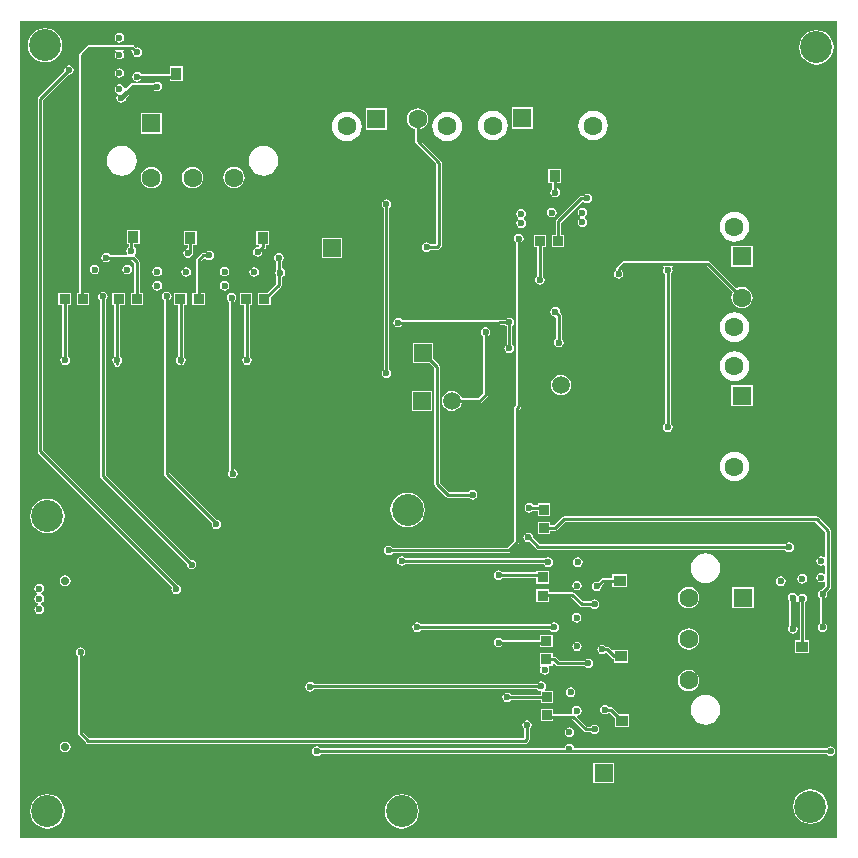
<source format=gbl>
G04*
G04 #@! TF.GenerationSoftware,Altium Limited,Altium Designer,18.0.11 (651)*
G04*
G04 Layer_Physical_Order=4*
G04 Layer_Color=16711680*
%FSLAX25Y25*%
%MOIN*%
G70*
G01*
G75*
%ADD10C,0.01000*%
%ADD21R,0.03543X0.03937*%
%ADD25R,0.03347X0.03347*%
%ADD27R,0.03937X0.03543*%
%ADD41R,0.03347X0.03347*%
%ADD80C,0.01500*%
%ADD81R,0.06000X0.06000*%
%ADD82C,0.06000*%
%ADD83R,0.06000X0.06000*%
%ADD84C,0.06299*%
%ADD85R,0.06299X0.06299*%
%ADD86R,0.06299X0.06299*%
%ADD87C,0.02756*%
%ADD88C,0.05906*%
%ADD89R,0.05906X0.05906*%
%ADD90C,0.10630*%
%ADD91C,0.02362*%
G36*
X273959Y1525D02*
X1631Y1525D01*
Y273853D01*
X273959Y273853D01*
X273959Y1525D01*
D02*
G37*
%LPC*%
G36*
X34646Y269716D02*
X34031Y269594D01*
X33510Y269246D01*
X33162Y268725D01*
X33040Y268110D01*
X33162Y267496D01*
X33510Y266975D01*
X34031Y266627D01*
X34646Y266505D01*
X35260Y266627D01*
X35781Y266975D01*
X36129Y267496D01*
X36251Y268110D01*
X36129Y268725D01*
X35781Y269246D01*
X35260Y269594D01*
X34646Y269716D01*
D02*
G37*
G36*
X38976Y265766D02*
X24409D01*
X24061Y265696D01*
X23765Y265499D01*
X21403Y263136D01*
X21205Y262841D01*
X21136Y262492D01*
Y183169D01*
X20374D01*
Y179035D01*
X24508D01*
Y183169D01*
X22958D01*
Y262115D01*
X24787Y263943D01*
X33151D01*
X33387Y263443D01*
X33162Y263107D01*
X33040Y262492D01*
X33162Y261878D01*
X33510Y261357D01*
X34031Y261009D01*
X34646Y260887D01*
X35260Y261009D01*
X35781Y261357D01*
X36129Y261878D01*
X36251Y262492D01*
X36129Y263107D01*
X35904Y263443D01*
X36140Y263943D01*
X38599D01*
X38998Y263544D01*
X38946Y263280D01*
X39068Y262665D01*
X39416Y262144D01*
X39937Y261796D01*
X40551Y261674D01*
X41166Y261796D01*
X41687Y262144D01*
X42035Y262665D01*
X42157Y263280D01*
X42035Y263894D01*
X41687Y264415D01*
X41166Y264763D01*
X40551Y264885D01*
X40287Y264833D01*
X39621Y265499D01*
X39325Y265696D01*
X38976Y265766D01*
D02*
G37*
G36*
X9843Y271400D02*
X8352Y271203D01*
X6964Y270628D01*
X5771Y269713D01*
X4856Y268521D01*
X4281Y267132D01*
X4085Y265642D01*
X4281Y264152D01*
X4856Y262763D01*
X5771Y261570D01*
X6964Y260655D01*
X8352Y260080D01*
X9843Y259884D01*
X11333Y260080D01*
X12721Y260655D01*
X13914Y261570D01*
X14829Y262763D01*
X15404Y264152D01*
X15600Y265642D01*
X15404Y267132D01*
X14829Y268521D01*
X13914Y269713D01*
X12721Y270628D01*
X11333Y271203D01*
X9843Y271400D01*
D02*
G37*
G36*
X266929Y270719D02*
X265439Y270522D01*
X264050Y269947D01*
X262858Y269032D01*
X261943Y267840D01*
X261367Y266451D01*
X261171Y264961D01*
X261367Y263470D01*
X261943Y262082D01*
X262858Y260889D01*
X264050Y259974D01*
X265439Y259399D01*
X266929Y259203D01*
X268419Y259399D01*
X269808Y259974D01*
X271001Y260889D01*
X271916Y262082D01*
X272491Y263470D01*
X272687Y264961D01*
X272491Y266451D01*
X271916Y267840D01*
X271001Y269032D01*
X269808Y269947D01*
X268419Y270522D01*
X266929Y270719D01*
D02*
G37*
G36*
X55709Y258555D02*
X51378D01*
Y256039D01*
X41836D01*
X41687Y256263D01*
X41166Y256611D01*
X40551Y256733D01*
X39937Y256611D01*
X39416Y256263D01*
X39068Y255742D01*
X38946Y255128D01*
X39068Y254513D01*
X39416Y253992D01*
X39937Y253644D01*
X40551Y253522D01*
X41166Y253644D01*
X41687Y253992D01*
X41836Y254216D01*
X51378D01*
Y253831D01*
X55709D01*
Y258555D01*
D02*
G37*
G36*
X17823Y258980D02*
X17208Y258857D01*
X16687Y258509D01*
X16339Y257989D01*
X16217Y257374D01*
X16270Y257110D01*
X7623Y248463D01*
X7426Y248168D01*
X7356Y247819D01*
Y130315D01*
X7426Y129966D01*
X7623Y129671D01*
X52207Y85087D01*
X52060Y84866D01*
X51938Y84252D01*
X52060Y83637D01*
X52408Y83117D01*
X52929Y82768D01*
X53543Y82646D01*
X54158Y82768D01*
X54679Y83117D01*
X55027Y83637D01*
X55149Y84252D01*
X55027Y84866D01*
X54679Y85387D01*
X54158Y85735D01*
X54131Y85741D01*
X9179Y130692D01*
Y247442D01*
X17558Y255821D01*
X17823Y255768D01*
X18437Y255891D01*
X18958Y256239D01*
X19306Y256760D01*
X19429Y257374D01*
X19306Y257989D01*
X18958Y258509D01*
X18437Y258857D01*
X17823Y258980D01*
D02*
G37*
G36*
X34646Y257995D02*
X34031Y257873D01*
X33510Y257525D01*
X33162Y257004D01*
X33040Y256390D01*
X33162Y255775D01*
X33510Y255254D01*
X34031Y254906D01*
X34646Y254784D01*
X35260Y254906D01*
X35781Y255254D01*
X36129Y255775D01*
X36251Y256390D01*
X36129Y257004D01*
X35781Y257525D01*
X35260Y257873D01*
X34646Y257995D01*
D02*
G37*
G36*
X47244Y253468D02*
X46630Y253346D01*
X46155Y253028D01*
X39069D01*
X38622Y252940D01*
X38244Y252687D01*
X36740Y251182D01*
X36197Y251347D01*
X36129Y251689D01*
X35781Y252210D01*
X35260Y252558D01*
X34646Y252680D01*
X34031Y252558D01*
X33510Y252210D01*
X33162Y251689D01*
X33040Y251075D01*
X33162Y250460D01*
X33510Y249939D01*
X33933Y249657D01*
X34037Y249366D01*
X34045Y249079D01*
X33759Y248650D01*
X33637Y248036D01*
X33759Y247421D01*
X34107Y246901D01*
X34628Y246552D01*
X35242Y246430D01*
X35857Y246552D01*
X36378Y246901D01*
X36726Y247421D01*
X36837Y247982D01*
X39552Y250696D01*
X46155D01*
X46630Y250379D01*
X47244Y250257D01*
X47859Y250379D01*
X48379Y250727D01*
X48728Y251248D01*
X48850Y251862D01*
X48728Y252477D01*
X48379Y252998D01*
X47859Y253346D01*
X47244Y253468D01*
D02*
G37*
G36*
X172441Y244882D02*
X165354D01*
Y237795D01*
X172441D01*
Y244882D01*
D02*
G37*
G36*
X123819Y244598D02*
X116732D01*
Y237512D01*
X123819D01*
Y244598D01*
D02*
G37*
G36*
X48819Y243201D02*
X41732D01*
Y236114D01*
X48819D01*
Y243201D01*
D02*
G37*
G36*
X192520Y243822D02*
X191235Y243653D01*
X190038Y243157D01*
X189010Y242368D01*
X188221Y241340D01*
X187725Y240143D01*
X187556Y238858D01*
X187725Y237574D01*
X188221Y236376D01*
X189010Y235348D01*
X190038Y234559D01*
X191235Y234064D01*
X192520Y233894D01*
X193804Y234064D01*
X195001Y234559D01*
X196030Y235348D01*
X196818Y236376D01*
X197314Y237574D01*
X197483Y238858D01*
X197314Y240143D01*
X196818Y241340D01*
X196030Y242368D01*
X195001Y243157D01*
X193804Y243653D01*
X192520Y243822D01*
D02*
G37*
G36*
X159055D02*
X157770Y243653D01*
X156573Y243157D01*
X155545Y242368D01*
X154756Y241340D01*
X154261Y240143D01*
X154091Y238858D01*
X154261Y237574D01*
X154756Y236376D01*
X155545Y235348D01*
X156573Y234559D01*
X157770Y234064D01*
X159055Y233894D01*
X160340Y234064D01*
X161537Y234559D01*
X162565Y235348D01*
X163354Y236376D01*
X163850Y237574D01*
X164019Y238858D01*
X163850Y240143D01*
X163354Y241340D01*
X162565Y242368D01*
X161537Y243157D01*
X160340Y243653D01*
X159055Y243822D01*
D02*
G37*
G36*
X143898Y243539D02*
X142613Y243369D01*
X141416Y242874D01*
X140388Y242085D01*
X139599Y241057D01*
X139103Y239860D01*
X138934Y238575D01*
X139103Y237290D01*
X139599Y236093D01*
X140388Y235065D01*
X141416Y234276D01*
X142613Y233780D01*
X143898Y233611D01*
X145182Y233780D01*
X146379Y234276D01*
X147407Y235065D01*
X148196Y236093D01*
X148692Y237290D01*
X148861Y238575D01*
X148692Y239860D01*
X148196Y241057D01*
X147407Y242085D01*
X146379Y242874D01*
X145182Y243369D01*
X143898Y243539D01*
D02*
G37*
G36*
X110433D02*
X109148Y243369D01*
X107951Y242874D01*
X106923Y242085D01*
X106134Y241057D01*
X105639Y239860D01*
X105469Y238575D01*
X105639Y237290D01*
X106134Y236093D01*
X106923Y235065D01*
X107951Y234276D01*
X109148Y233780D01*
X110433Y233611D01*
X111718Y233780D01*
X112915Y234276D01*
X113943Y235065D01*
X114732Y236093D01*
X115228Y237290D01*
X115397Y238575D01*
X115228Y239860D01*
X114732Y241057D01*
X113943Y242085D01*
X112915Y242874D01*
X111718Y243369D01*
X110433Y243539D01*
D02*
G37*
G36*
X82677Y232102D02*
X81393Y231932D01*
X80195Y231436D01*
X79167Y230648D01*
X78378Y229620D01*
X77883Y228422D01*
X77714Y227138D01*
X77883Y225853D01*
X78378Y224656D01*
X79167Y223628D01*
X80195Y222839D01*
X81393Y222343D01*
X82677Y222174D01*
X83962Y222343D01*
X85159Y222839D01*
X86187Y223628D01*
X86976Y224656D01*
X87472Y225853D01*
X87641Y227138D01*
X87472Y228422D01*
X86976Y229620D01*
X86187Y230648D01*
X85159Y231436D01*
X83962Y231932D01*
X82677Y232102D01*
D02*
G37*
G36*
X35433D02*
X34148Y231932D01*
X32951Y231436D01*
X31923Y230648D01*
X31134Y229620D01*
X30639Y228422D01*
X30469Y227138D01*
X30639Y225853D01*
X31134Y224656D01*
X31923Y223628D01*
X32951Y222839D01*
X34148Y222343D01*
X35433Y222174D01*
X36718Y222343D01*
X37915Y222839D01*
X38943Y223628D01*
X39732Y224656D01*
X40228Y225853D01*
X40397Y227138D01*
X40228Y228422D01*
X39732Y229620D01*
X38943Y230648D01*
X37915Y231436D01*
X36718Y231932D01*
X35433Y232102D01*
D02*
G37*
G36*
X72835Y225121D02*
X71910Y224999D01*
X71048Y224642D01*
X70308Y224074D01*
X69740Y223334D01*
X69383Y222472D01*
X69261Y221547D01*
X69383Y220622D01*
X69740Y219760D01*
X70308Y219020D01*
X71048Y218452D01*
X71910Y218095D01*
X72835Y217973D01*
X73760Y218095D01*
X74622Y218452D01*
X75362Y219020D01*
X75930Y219760D01*
X76287Y220622D01*
X76409Y221547D01*
X76287Y222472D01*
X75930Y223334D01*
X75362Y224074D01*
X74622Y224642D01*
X73760Y224999D01*
X72835Y225121D01*
D02*
G37*
G36*
X59055D02*
X58130Y224999D01*
X57268Y224642D01*
X56528Y224074D01*
X55960Y223334D01*
X55603Y222472D01*
X55481Y221547D01*
X55603Y220622D01*
X55960Y219760D01*
X56528Y219020D01*
X57268Y218452D01*
X58130Y218095D01*
X59055Y217973D01*
X59980Y218095D01*
X60842Y218452D01*
X61582Y219020D01*
X62150Y219760D01*
X62507Y220622D01*
X62629Y221547D01*
X62507Y222472D01*
X62150Y223334D01*
X61582Y224074D01*
X60842Y224642D01*
X59980Y224999D01*
X59055Y225121D01*
D02*
G37*
G36*
X45276D02*
X44351Y224999D01*
X43489Y224642D01*
X42748Y224074D01*
X42181Y223334D01*
X41824Y222472D01*
X41702Y221547D01*
X41824Y220622D01*
X42181Y219760D01*
X42748Y219020D01*
X43489Y218452D01*
X44351Y218095D01*
X45276Y217973D01*
X46201Y218095D01*
X47063Y218452D01*
X47803Y219020D01*
X48371Y219760D01*
X48728Y220622D01*
X48849Y221547D01*
X48728Y222472D01*
X48371Y223334D01*
X47803Y224074D01*
X47063Y224642D01*
X46201Y224999D01*
X45276Y225121D01*
D02*
G37*
G36*
X181890Y224488D02*
X177559D01*
Y219764D01*
X178813D01*
Y217689D01*
X178786Y217671D01*
X178438Y217150D01*
X178316Y216535D01*
X178438Y215921D01*
X178786Y215400D01*
X179307Y215052D01*
X179921Y214930D01*
X180536Y215052D01*
X181057Y215400D01*
X181405Y215921D01*
X181527Y216535D01*
X181405Y217150D01*
X181057Y217671D01*
X180636Y217952D01*
Y219764D01*
X181890D01*
Y224488D01*
D02*
G37*
G36*
X190551Y216173D02*
X189937Y216050D01*
X189416Y215702D01*
X189266Y215478D01*
X188583D01*
X188234Y215409D01*
X187938Y215211D01*
X180261Y207534D01*
X180064Y207239D01*
X179994Y206890D01*
Y202461D01*
X178839D01*
Y198327D01*
X182972D01*
Y202461D01*
X181817D01*
Y206512D01*
X188822Y213518D01*
X189386Y213476D01*
X189416Y213432D01*
X189937Y213084D01*
X190551Y212961D01*
X191166Y213084D01*
X191687Y213432D01*
X192035Y213952D01*
X192157Y214567D01*
X192035Y215181D01*
X191687Y215702D01*
X191166Y216050D01*
X190551Y216173D01*
D02*
G37*
G36*
X178740Y211448D02*
X178126Y211326D01*
X177605Y210978D01*
X177257Y210457D01*
X177135Y209842D01*
X177257Y209228D01*
X177605Y208707D01*
X178126Y208359D01*
X178740Y208237D01*
X179355Y208359D01*
X179876Y208707D01*
X180224Y209228D01*
X180346Y209842D01*
X180224Y210457D01*
X179876Y210978D01*
X179355Y211326D01*
X178740Y211448D01*
D02*
G37*
G36*
X188976D02*
X188362Y211326D01*
X187841Y210978D01*
X187493Y210457D01*
X187371Y209842D01*
X187493Y209228D01*
X187841Y208707D01*
X188049Y208568D01*
Y207967D01*
X187841Y207828D01*
X187493Y207307D01*
X187371Y206693D01*
X187493Y206079D01*
X187841Y205557D01*
X188362Y205209D01*
X188976Y205087D01*
X189591Y205209D01*
X190112Y205557D01*
X190460Y206079D01*
X190582Y206693D01*
X190460Y207307D01*
X190112Y207828D01*
X189904Y207967D01*
Y208568D01*
X190112Y208707D01*
X190460Y209228D01*
X190582Y209842D01*
X190460Y210457D01*
X190112Y210978D01*
X189591Y211326D01*
X188976Y211448D01*
D02*
G37*
G36*
X168504Y211054D02*
X167889Y210932D01*
X167369Y210584D01*
X167020Y210063D01*
X166898Y209449D01*
X167020Y208834D01*
X167369Y208313D01*
X167576Y208175D01*
Y207573D01*
X167369Y207435D01*
X167020Y206914D01*
X166898Y206299D01*
X167020Y205685D01*
X167369Y205164D01*
X167889Y204816D01*
X168504Y204694D01*
X169118Y204816D01*
X169639Y205164D01*
X169987Y205685D01*
X170110Y206299D01*
X169987Y206914D01*
X169639Y207435D01*
X169432Y207573D01*
Y208175D01*
X169639Y208313D01*
X169987Y208834D01*
X170110Y209449D01*
X169987Y210063D01*
X169639Y210584D01*
X169118Y210932D01*
X168504Y211054D01*
D02*
G37*
G36*
X239646Y210082D02*
X238361Y209913D01*
X237164Y209417D01*
X236136Y208628D01*
X235347Y207600D01*
X234851Y206403D01*
X234682Y205118D01*
X234851Y203833D01*
X235347Y202636D01*
X236136Y201608D01*
X237164Y200819D01*
X238361Y200324D01*
X239646Y200154D01*
X240930Y200324D01*
X242127Y200819D01*
X243156Y201608D01*
X243944Y202636D01*
X244440Y203833D01*
X244609Y205118D01*
X244440Y206403D01*
X243944Y207600D01*
X243156Y208628D01*
X242127Y209417D01*
X240930Y209913D01*
X239646Y210082D01*
D02*
G37*
G36*
X134055Y244629D02*
X133130Y244507D01*
X132268Y244150D01*
X131528Y243582D01*
X130960Y242842D01*
X130603Y241980D01*
X130481Y241055D01*
X130603Y240130D01*
X130960Y239268D01*
X131528Y238528D01*
X132268Y237960D01*
X133130Y237603D01*
X133144Y237601D01*
Y233661D01*
X133213Y233313D01*
X133411Y233017D01*
X140312Y226116D01*
Y199474D01*
X140068Y199230D01*
X138293D01*
X138143Y199454D01*
X137622Y199802D01*
X137008Y199925D01*
X136393Y199802D01*
X135872Y199454D01*
X135524Y198933D01*
X135402Y198319D01*
X135524Y197705D01*
X135872Y197184D01*
X136393Y196835D01*
X137008Y196713D01*
X137622Y196835D01*
X138143Y197184D01*
X138293Y197408D01*
X140445D01*
X140794Y197477D01*
X141089Y197675D01*
X141867Y198452D01*
X142065Y198748D01*
X142134Y199097D01*
Y226494D01*
X142065Y226842D01*
X141867Y227138D01*
X134966Y234039D01*
Y237601D01*
X134980Y237603D01*
X135842Y237960D01*
X136582Y238528D01*
X137150Y239268D01*
X137507Y240130D01*
X137629Y241055D01*
X137507Y241980D01*
X137150Y242842D01*
X136582Y243582D01*
X135842Y244150D01*
X134980Y244507D01*
X134055Y244629D01*
D02*
G37*
G36*
X84646Y203831D02*
X80315D01*
Y199106D01*
X81075D01*
X81259Y198661D01*
X80929Y198306D01*
X80709Y198350D01*
X80094Y198228D01*
X79573Y197880D01*
X79225Y197359D01*
X79103Y196744D01*
X79225Y196130D01*
X79573Y195609D01*
X80094Y195261D01*
X80709Y195139D01*
X81323Y195261D01*
X81844Y195609D01*
X82192Y196130D01*
X82314Y196744D01*
X82262Y197009D01*
X83125Y197871D01*
X83322Y198167D01*
X83392Y198516D01*
Y199106D01*
X84646D01*
Y203831D01*
D02*
G37*
G36*
X41437Y204146D02*
X37106D01*
Y199421D01*
X37672D01*
Y198423D01*
X37447Y198273D01*
X37099Y197752D01*
X36977Y197138D01*
X37099Y196523D01*
X37270Y196268D01*
X37003Y195768D01*
X31519D01*
X31369Y195992D01*
X30848Y196340D01*
X30234Y196462D01*
X29619Y196340D01*
X29098Y195992D01*
X28750Y195471D01*
X28628Y194857D01*
X28750Y194242D01*
X29098Y193721D01*
X29619Y193373D01*
X30234Y193251D01*
X30848Y193373D01*
X31369Y193721D01*
X31519Y193946D01*
X38624D01*
X39542Y193028D01*
Y183063D01*
X38386D01*
Y178929D01*
X42520D01*
Y183063D01*
X41364D01*
Y193405D01*
X41295Y193754D01*
X41097Y194050D01*
X39735Y195412D01*
X39698Y195866D01*
X39718Y196002D01*
X40066Y196523D01*
X40188Y197138D01*
X40066Y197752D01*
X39718Y198273D01*
X39494Y198423D01*
Y199421D01*
X41437D01*
Y204146D01*
D02*
G37*
G36*
X60433Y203831D02*
X56102D01*
Y199106D01*
X57357D01*
Y197931D01*
X56866Y197833D01*
X56345Y197485D01*
X55997Y196965D01*
X55874Y196350D01*
X55997Y195736D01*
X56345Y195215D01*
X56866Y194867D01*
X57480Y194744D01*
X58095Y194867D01*
X58615Y195215D01*
X58964Y195736D01*
X58977Y195803D01*
X59110Y196002D01*
X59179Y196350D01*
Y199106D01*
X60433D01*
Y203831D01*
D02*
G37*
G36*
X108905Y201425D02*
X102118D01*
Y194638D01*
X108905D01*
Y201425D01*
D02*
G37*
G36*
X64567Y197168D02*
X63952Y197046D01*
X63431Y196698D01*
X63282Y196474D01*
X62634D01*
X62286Y196405D01*
X61990Y196207D01*
X60379Y194596D01*
X60182Y194300D01*
X60113Y193952D01*
Y183063D01*
X58957D01*
Y178929D01*
X63091D01*
Y183063D01*
X61935D01*
Y193574D01*
X62844Y194483D01*
X63424Y194439D01*
X63431Y194427D01*
X63952Y194079D01*
X64567Y193957D01*
X65181Y194079D01*
X65702Y194427D01*
X66050Y194948D01*
X66172Y195563D01*
X66050Y196177D01*
X65702Y196698D01*
X65181Y197046D01*
X64567Y197168D01*
D02*
G37*
G36*
X245669Y198819D02*
X238583D01*
Y191732D01*
X245669D01*
Y198819D01*
D02*
G37*
G36*
X37205Y192444D02*
X36590Y192322D01*
X36069Y191974D01*
X35721Y191453D01*
X35599Y190839D01*
X35721Y190224D01*
X36069Y189703D01*
X36590Y189355D01*
X37205Y189233D01*
X37819Y189355D01*
X38340Y189703D01*
X38688Y190224D01*
X38810Y190839D01*
X38688Y191453D01*
X38340Y191974D01*
X37819Y192322D01*
X37205Y192444D01*
D02*
G37*
G36*
X26378D02*
X25763Y192322D01*
X25243Y191974D01*
X24894Y191453D01*
X24772Y190839D01*
X24894Y190224D01*
X25243Y189703D01*
X25763Y189355D01*
X26378Y189233D01*
X26992Y189355D01*
X27513Y189703D01*
X27861Y190224D01*
X27984Y190839D01*
X27861Y191453D01*
X27513Y191974D01*
X26992Y192322D01*
X26378Y192444D01*
D02*
G37*
G36*
X69685Y191763D02*
X69071Y191641D01*
X68550Y191293D01*
X68202Y190772D01*
X68079Y190157D01*
X68202Y189543D01*
X68550Y189022D01*
X69071Y188674D01*
X69685Y188552D01*
X70300Y188674D01*
X70820Y189022D01*
X71169Y189543D01*
X71291Y190157D01*
X71169Y190772D01*
X70820Y191293D01*
X70300Y191641D01*
X69685Y191763D01*
D02*
G37*
G36*
X47244D02*
X46630Y191641D01*
X46109Y191293D01*
X45761Y190772D01*
X45638Y190157D01*
X45761Y189543D01*
X46109Y189022D01*
X46630Y188674D01*
X47244Y188552D01*
X47859Y188674D01*
X48379Y189022D01*
X48728Y189543D01*
X48850Y190157D01*
X48728Y190772D01*
X48379Y191293D01*
X47859Y191641D01*
X47244Y191763D01*
D02*
G37*
G36*
X79528Y191657D02*
X78913Y191535D01*
X78392Y191187D01*
X78044Y190666D01*
X77922Y190051D01*
X78044Y189437D01*
X78392Y188916D01*
X78913Y188568D01*
X79528Y188446D01*
X80142Y188568D01*
X80663Y188916D01*
X81011Y189437D01*
X81133Y190051D01*
X81011Y190666D01*
X80663Y191187D01*
X80142Y191535D01*
X79528Y191657D01*
D02*
G37*
G36*
X56890D02*
X56275Y191535D01*
X55754Y191187D01*
X55406Y190666D01*
X55284Y190051D01*
X55406Y189437D01*
X55754Y188916D01*
X56275Y188568D01*
X56890Y188446D01*
X57504Y188568D01*
X58025Y188916D01*
X58373Y189437D01*
X58495Y190051D01*
X58373Y190666D01*
X58025Y191187D01*
X57504Y191535D01*
X56890Y191657D01*
D02*
G37*
G36*
X176870Y202461D02*
X172736D01*
Y198327D01*
X173892D01*
Y188687D01*
X173668Y188537D01*
X173320Y188016D01*
X173197Y187402D01*
X173320Y186787D01*
X173668Y186266D01*
X174189Y185918D01*
X174803Y185796D01*
X175418Y185918D01*
X175938Y186266D01*
X176287Y186787D01*
X176409Y187402D01*
X176287Y188016D01*
X175938Y188537D01*
X175714Y188687D01*
Y198327D01*
X176870D01*
Y202461D01*
D02*
G37*
G36*
X69685Y187039D02*
X69071Y186916D01*
X68550Y186568D01*
X68202Y186047D01*
X68079Y185433D01*
X68202Y184819D01*
X68550Y184298D01*
X69071Y183950D01*
X69685Y183827D01*
X70300Y183950D01*
X70820Y184298D01*
X71169Y184819D01*
X71291Y185433D01*
X71169Y186047D01*
X70820Y186568D01*
X70300Y186916D01*
X69685Y187039D01*
D02*
G37*
G36*
X47244D02*
X46630Y186916D01*
X46109Y186568D01*
X45761Y186047D01*
X45638Y185433D01*
X45761Y184819D01*
X46109Y184298D01*
X46630Y183950D01*
X47244Y183827D01*
X47859Y183950D01*
X48379Y184298D01*
X48728Y184819D01*
X48850Y185433D01*
X48728Y186047D01*
X48379Y186568D01*
X47859Y186916D01*
X47244Y187039D01*
D02*
G37*
G36*
X87795Y196381D02*
X87181Y196259D01*
X86660Y195911D01*
X86312Y195390D01*
X86190Y194776D01*
X86312Y194161D01*
X86660Y193640D01*
X86884Y193491D01*
Y190646D01*
X86706Y190378D01*
X86583Y189764D01*
X86706Y189149D01*
X86884Y188882D01*
Y186196D01*
X83751Y183063D01*
X80906D01*
Y178929D01*
X85039D01*
Y181774D01*
X88440Y185175D01*
X88637Y185470D01*
X88706Y185819D01*
Y188261D01*
X88803Y188280D01*
X89324Y188628D01*
X89672Y189149D01*
X89795Y189764D01*
X89672Y190378D01*
X89324Y190899D01*
X88803Y191247D01*
X88706Y191267D01*
Y193491D01*
X88931Y193640D01*
X89279Y194161D01*
X89401Y194776D01*
X89279Y195390D01*
X88931Y195911D01*
X88410Y196259D01*
X87795Y196381D01*
D02*
G37*
G36*
X230683Y193744D02*
X202675D01*
X202326Y193674D01*
X202030Y193477D01*
X200353Y191799D01*
X200155Y191503D01*
X200086Y191154D01*
Y190655D01*
X199862Y190505D01*
X199513Y189985D01*
X199391Y189370D01*
X199513Y188756D01*
X199862Y188235D01*
X200382Y187887D01*
X200997Y187764D01*
X201611Y187887D01*
X202132Y188235D01*
X202480Y188756D01*
X202603Y189370D01*
X202480Y189985D01*
X202132Y190505D01*
X202196Y191065D01*
X203052Y191921D01*
X215886D01*
X216153Y191421D01*
X215983Y191166D01*
X215860Y190551D01*
X215983Y189937D01*
X216331Y189416D01*
X216555Y189266D01*
Y139617D01*
X216331Y139467D01*
X215983Y138946D01*
X215860Y138332D01*
X215983Y137718D01*
X216331Y137197D01*
X216851Y136849D01*
X217466Y136726D01*
X218080Y136849D01*
X218601Y137197D01*
X218949Y137718D01*
X219072Y138332D01*
X218949Y138946D01*
X218601Y139467D01*
X218377Y139617D01*
Y189266D01*
X218601Y189416D01*
X218949Y189937D01*
X219072Y190551D01*
X218949Y191166D01*
X218779Y191421D01*
X219046Y191921D01*
X230306D01*
X239005Y183222D01*
X238674Y182421D01*
X238552Y181496D01*
X238674Y180571D01*
X239031Y179709D01*
X239599Y178969D01*
X240339Y178401D01*
X241201Y178044D01*
X242126Y177922D01*
X243051Y178044D01*
X243913Y178401D01*
X244653Y178969D01*
X245221Y179709D01*
X245578Y180571D01*
X245700Y181496D01*
X245578Y182421D01*
X245221Y183283D01*
X244653Y184023D01*
X243913Y184591D01*
X243051Y184948D01*
X242126Y185070D01*
X241201Y184948D01*
X240339Y184591D01*
X240268Y184537D01*
X231328Y193477D01*
X231032Y193674D01*
X230683Y193744D01*
D02*
G37*
G36*
X164567Y174834D02*
X163953Y174712D01*
X163432Y174364D01*
X163282Y174140D01*
X161024D01*
X160897Y174114D01*
X128844D01*
X128694Y174339D01*
X128173Y174687D01*
X127559Y174809D01*
X126945Y174687D01*
X126424Y174339D01*
X126076Y173818D01*
X125953Y173203D01*
X126076Y172589D01*
X126424Y172068D01*
X126945Y171720D01*
X127559Y171598D01*
X128173Y171720D01*
X128694Y172068D01*
X128844Y172292D01*
X160998D01*
X161125Y172317D01*
X163282D01*
X163432Y172093D01*
X163656Y171943D01*
Y165852D01*
X163432Y165702D01*
X163084Y165181D01*
X162961Y164567D01*
X163084Y163953D01*
X163432Y163432D01*
X163953Y163084D01*
X164567Y162961D01*
X165181Y163084D01*
X165702Y163432D01*
X166050Y163953D01*
X166173Y164567D01*
X166050Y165181D01*
X165702Y165702D01*
X165478Y165852D01*
Y171943D01*
X165702Y172093D01*
X166050Y172614D01*
X166173Y173228D01*
X166050Y173843D01*
X165702Y174364D01*
X165181Y174712D01*
X164567Y174834D01*
D02*
G37*
G36*
X239646Y176617D02*
X238361Y176448D01*
X237164Y175952D01*
X236136Y175163D01*
X235347Y174135D01*
X234851Y172938D01*
X234682Y171653D01*
X234851Y170369D01*
X235347Y169172D01*
X236136Y168144D01*
X237164Y167355D01*
X238361Y166859D01*
X239646Y166690D01*
X240930Y166859D01*
X242127Y167355D01*
X243156Y168144D01*
X243944Y169172D01*
X244440Y170369D01*
X244609Y171653D01*
X244440Y172938D01*
X243944Y174135D01*
X243156Y175163D01*
X242127Y175952D01*
X240930Y176448D01*
X239646Y176617D01*
D02*
G37*
G36*
X179921Y178377D02*
X179307Y178255D01*
X178786Y177907D01*
X178438Y177386D01*
X178316Y176772D01*
X178438Y176157D01*
X178786Y175636D01*
X179307Y175288D01*
X179921Y175166D01*
X180191Y174710D01*
Y167821D01*
X179967Y167671D01*
X179619Y167150D01*
X179497Y166535D01*
X179619Y165921D01*
X179967Y165400D01*
X180488Y165052D01*
X181102Y164930D01*
X181717Y165052D01*
X182238Y165400D01*
X182586Y165921D01*
X182708Y166535D01*
X182586Y167150D01*
X182238Y167671D01*
X182014Y167821D01*
Y175591D01*
X181944Y175939D01*
X181747Y176235D01*
X181474Y176507D01*
X181527Y176772D01*
X181405Y177386D01*
X181057Y177907D01*
X180536Y178255D01*
X179921Y178377D01*
D02*
G37*
G36*
X78937Y183063D02*
X74803D01*
Y178929D01*
X76254D01*
Y161915D01*
X76030Y161765D01*
X75682Y161244D01*
X75560Y160630D01*
X75682Y160015D01*
X76030Y159495D01*
X76551Y159146D01*
X77165Y159024D01*
X77780Y159146D01*
X78301Y159495D01*
X78649Y160015D01*
X78771Y160630D01*
X78649Y161244D01*
X78301Y161765D01*
X78077Y161915D01*
Y178929D01*
X78937D01*
Y183063D01*
D02*
G37*
G36*
X18406Y183169D02*
X14272D01*
Y179035D01*
X15624D01*
Y161915D01*
X15400Y161765D01*
X15052Y161244D01*
X14930Y160630D01*
X15052Y160015D01*
X15400Y159495D01*
X15921Y159146D01*
X16535Y159024D01*
X17150Y159146D01*
X17671Y159495D01*
X18019Y160015D01*
X18141Y160630D01*
X18019Y161244D01*
X17671Y161765D01*
X17447Y161915D01*
Y179035D01*
X18406D01*
Y183169D01*
D02*
G37*
G36*
X56988Y183063D02*
X52854D01*
Y178929D01*
X54207D01*
Y161915D01*
X53983Y161765D01*
X53635Y161244D01*
X53513Y160630D01*
X53635Y160015D01*
X53983Y159495D01*
X54504Y159146D01*
X54571Y159133D01*
X54769Y159001D01*
X55118Y158931D01*
X55467Y159001D01*
X55665Y159133D01*
X55733Y159146D01*
X56253Y159495D01*
X56602Y160015D01*
X56724Y160630D01*
X56602Y161244D01*
X56253Y161765D01*
X56029Y161915D01*
Y178929D01*
X56988D01*
Y183063D01*
D02*
G37*
G36*
X36417D02*
X32283D01*
Y178929D01*
X32947D01*
Y161915D01*
X32723Y161765D01*
X32375Y161244D01*
X32253Y160630D01*
X32375Y160015D01*
X32723Y159495D01*
X32947Y159345D01*
Y159343D01*
X33016Y158994D01*
X33214Y158698D01*
X33510Y158501D01*
X33858Y158431D01*
X34207Y158501D01*
X34503Y158698D01*
X34700Y158994D01*
X34769Y159343D01*
Y159345D01*
X34994Y159495D01*
X35342Y160015D01*
X35464Y160630D01*
X35342Y161244D01*
X34994Y161765D01*
X34769Y161915D01*
Y178929D01*
X36417D01*
Y183063D01*
D02*
G37*
G36*
X123622Y214295D02*
X123008Y214172D01*
X122487Y213824D01*
X122139Y213303D01*
X122016Y212689D01*
X122139Y212074D01*
X122487Y211554D01*
X122711Y211404D01*
Y157584D01*
X122487Y157435D01*
X122139Y156914D01*
X122016Y156299D01*
X122139Y155685D01*
X122487Y155164D01*
X123008Y154816D01*
X123622Y154694D01*
X124237Y154816D01*
X124757Y155164D01*
X125106Y155685D01*
X125228Y156299D01*
X125106Y156914D01*
X124757Y157435D01*
X124533Y157584D01*
Y211404D01*
X124757Y211554D01*
X125106Y212074D01*
X125228Y212689D01*
X125106Y213303D01*
X124757Y213824D01*
X124237Y214172D01*
X123622Y214295D01*
D02*
G37*
G36*
X239646Y163625D02*
X238361Y163456D01*
X237164Y162960D01*
X236136Y162171D01*
X235347Y161143D01*
X234851Y159946D01*
X234682Y158661D01*
X234851Y157377D01*
X235347Y156179D01*
X236136Y155151D01*
X237164Y154363D01*
X238361Y153867D01*
X239646Y153698D01*
X240930Y153867D01*
X242128Y154363D01*
X243156Y155151D01*
X243944Y156179D01*
X244440Y157377D01*
X244609Y158661D01*
X244440Y159946D01*
X243944Y161143D01*
X243156Y162171D01*
X242128Y162960D01*
X240930Y163456D01*
X239646Y163625D01*
D02*
G37*
G36*
X181733Y155738D02*
X180859Y155623D01*
X180045Y155286D01*
X179346Y154749D01*
X178809Y154050D01*
X178472Y153236D01*
X178357Y152363D01*
X178472Y151489D01*
X178809Y150675D01*
X179346Y149976D01*
X180045Y149439D01*
X180859Y149102D01*
X181733Y148987D01*
X182606Y149102D01*
X183420Y149439D01*
X184119Y149976D01*
X184656Y150675D01*
X184993Y151489D01*
X185108Y152363D01*
X184993Y153236D01*
X184656Y154050D01*
X184119Y154749D01*
X183420Y155286D01*
X182606Y155623D01*
X181733Y155738D01*
D02*
G37*
G36*
X156693Y171684D02*
X156078Y171562D01*
X155558Y171214D01*
X155210Y170693D01*
X155087Y170079D01*
X155210Y169464D01*
X155558Y168943D01*
X155782Y168794D01*
Y149590D01*
X154241Y148049D01*
X148678D01*
X148356Y148826D01*
X147820Y149524D01*
X147121Y150061D01*
X146307Y150398D01*
X145433Y150513D01*
X144560Y150398D01*
X143746Y150061D01*
X143046Y149524D01*
X142510Y148826D01*
X142173Y148011D01*
X142058Y147138D01*
X142173Y146264D01*
X142510Y145450D01*
X143046Y144751D01*
X143746Y144215D01*
X144560Y143877D01*
X145433Y143763D01*
X146307Y143877D01*
X147121Y144215D01*
X147820Y144751D01*
X148356Y145450D01*
X148678Y146227D01*
X154618D01*
X154967Y146296D01*
X155262Y146493D01*
X157337Y148568D01*
X157535Y148864D01*
X157604Y149213D01*
Y168794D01*
X157828Y168943D01*
X158176Y169464D01*
X158299Y170079D01*
X158176Y170693D01*
X157828Y171214D01*
X157307Y171562D01*
X156693Y171684D01*
D02*
G37*
G36*
X245669Y152362D02*
X238583D01*
Y145276D01*
X245669D01*
Y152362D01*
D02*
G37*
G36*
X138780Y150484D02*
X132087D01*
Y143791D01*
X138780D01*
Y150484D01*
D02*
G37*
G36*
X72047Y183102D02*
X71433Y182980D01*
X70912Y182631D01*
X70564Y182111D01*
X70442Y181496D01*
X70564Y180882D01*
X70912Y180361D01*
X71136Y180211D01*
Y123716D01*
X70957Y123449D01*
X70835Y122835D01*
X70957Y122220D01*
X71306Y121699D01*
X71826Y121351D01*
X72441Y121229D01*
X73055Y121351D01*
X73576Y121699D01*
X73924Y122220D01*
X74047Y122835D01*
X73924Y123449D01*
X73576Y123970D01*
X73055Y124318D01*
X72958Y124337D01*
Y180211D01*
X73183Y180361D01*
X73531Y180882D01*
X73653Y181496D01*
X73531Y182111D01*
X73183Y182631D01*
X72662Y182980D01*
X72047Y183102D01*
D02*
G37*
G36*
X239646Y130161D02*
X238361Y129991D01*
X237164Y129496D01*
X236136Y128707D01*
X235347Y127679D01*
X234851Y126482D01*
X234682Y125197D01*
X234851Y123912D01*
X235347Y122715D01*
X236136Y121687D01*
X237164Y120898D01*
X238361Y120402D01*
X239646Y120233D01*
X240930Y120402D01*
X242127Y120898D01*
X243156Y121687D01*
X243944Y122715D01*
X244440Y123912D01*
X244609Y125197D01*
X244440Y126482D01*
X243944Y127679D01*
X243156Y128707D01*
X242127Y129496D01*
X240930Y129991D01*
X239646Y130161D01*
D02*
G37*
G36*
X139016Y166339D02*
X132323D01*
Y159646D01*
X138015D01*
X139640Y158020D01*
Y119291D01*
X139709Y118943D01*
X139907Y118647D01*
X143450Y115104D01*
X143746Y114906D01*
X144095Y114837D01*
X151077D01*
X151227Y114613D01*
X151748Y114265D01*
X152362Y114142D01*
X152977Y114265D01*
X153498Y114613D01*
X153846Y115134D01*
X153968Y115748D01*
X153846Y116363D01*
X153498Y116883D01*
X152977Y117232D01*
X152362Y117354D01*
X151748Y117232D01*
X151227Y116883D01*
X151077Y116659D01*
X144472D01*
X141462Y119669D01*
Y158398D01*
X141393Y158746D01*
X141195Y159042D01*
X139016Y161222D01*
Y166339D01*
D02*
G37*
G36*
X171260Y113023D02*
X170645Y112901D01*
X170124Y112553D01*
X169776Y112032D01*
X169654Y111417D01*
X169776Y110803D01*
X170124Y110282D01*
X170645Y109934D01*
X171260Y109812D01*
X171874Y109934D01*
X172395Y110282D01*
X172545Y110506D01*
X173996D01*
Y108752D01*
X178130D01*
Y112886D01*
X173996D01*
Y112329D01*
X172545D01*
X172395Y112553D01*
X171874Y112901D01*
X171260Y113023D01*
D02*
G37*
G36*
X267028Y108581D02*
X182866D01*
X182518Y108511D01*
X182222Y108314D01*
X179544Y105636D01*
X178130D01*
Y106783D01*
X173996D01*
Y102650D01*
X178130D01*
Y103813D01*
X179921D01*
X180270Y103883D01*
X180566Y104080D01*
X183244Y106758D01*
X266650D01*
X269955Y103453D01*
Y95195D01*
X269455Y94959D01*
X269118Y95184D01*
X268504Y95306D01*
X267889Y95184D01*
X267369Y94836D01*
X267021Y94315D01*
X266898Y93701D01*
X267021Y93086D01*
X267369Y92565D01*
X267889Y92217D01*
X268504Y92095D01*
X269118Y92217D01*
X269455Y92442D01*
X269955Y92206D01*
Y89684D01*
X269455Y89448D01*
X269118Y89672D01*
X268504Y89795D01*
X267889Y89672D01*
X267369Y89324D01*
X267021Y88803D01*
X266898Y88189D01*
X267021Y87574D01*
X267369Y87054D01*
X267889Y86706D01*
X268504Y86583D01*
X269118Y86706D01*
X269455Y86930D01*
X269955Y86695D01*
Y85507D01*
X268658Y84211D01*
X268407Y84161D01*
X267886Y83812D01*
X267538Y83292D01*
X267416Y82677D01*
X267538Y82063D01*
X267886Y81542D01*
X268110Y81392D01*
Y72872D01*
X267886Y72722D01*
X267538Y72201D01*
X267416Y71587D01*
X267538Y70972D01*
X267886Y70451D01*
X268407Y70103D01*
X269022Y69981D01*
X269636Y70103D01*
X270157Y70451D01*
X270505Y70972D01*
X270627Y71587D01*
X270505Y72201D01*
X270157Y72722D01*
X269933Y72872D01*
Y81392D01*
X270157Y81542D01*
X270505Y82063D01*
X270627Y82677D01*
X270505Y83292D01*
X270429Y83405D01*
X271511Y84486D01*
X271708Y84781D01*
X271777Y85130D01*
Y103831D01*
X271708Y104179D01*
X271511Y104475D01*
X267672Y108314D01*
X267376Y108511D01*
X267028Y108581D01*
D02*
G37*
G36*
X130709Y116494D02*
X129218Y116298D01*
X127830Y115723D01*
X126637Y114808D01*
X125722Y113615D01*
X125147Y112226D01*
X124951Y110736D01*
X125147Y109246D01*
X125722Y107857D01*
X126637Y106665D01*
X127830Y105750D01*
X129218Y105175D01*
X130709Y104978D01*
X132199Y105175D01*
X133588Y105750D01*
X134780Y106665D01*
X135695Y107857D01*
X136270Y109246D01*
X136467Y110736D01*
X136270Y112226D01*
X135695Y113615D01*
X134780Y114808D01*
X133588Y115723D01*
X132199Y116298D01*
X130709Y116494D01*
D02*
G37*
G36*
X50394Y183495D02*
X49779Y183373D01*
X49258Y183025D01*
X48910Y182504D01*
X48788Y181890D01*
X48910Y181275D01*
X49258Y180754D01*
X49483Y180605D01*
Y122835D01*
X49552Y122486D01*
X49749Y122190D01*
X65441Y106498D01*
X65324Y105905D01*
X65446Y105291D01*
X65794Y104770D01*
X66315Y104422D01*
X66929Y104300D01*
X67544Y104422D01*
X68064Y104770D01*
X68413Y105291D01*
X68535Y105905D01*
X68413Y106520D01*
X68064Y107041D01*
X67544Y107389D01*
X67025Y107492D01*
X51305Y123212D01*
Y180605D01*
X51529Y180754D01*
X51877Y181275D01*
X51999Y181890D01*
X51877Y182504D01*
X51529Y183025D01*
X51008Y183373D01*
X50394Y183495D01*
D02*
G37*
G36*
X10638Y114423D02*
X9148Y114227D01*
X7759Y113652D01*
X6566Y112737D01*
X5651Y111544D01*
X5076Y110156D01*
X4880Y108665D01*
X5076Y107175D01*
X5651Y105786D01*
X6566Y104594D01*
X7759Y103679D01*
X9148Y103104D01*
X10638Y102907D01*
X12128Y103104D01*
X13517Y103679D01*
X14709Y104594D01*
X15624Y105786D01*
X16199Y107175D01*
X16396Y108665D01*
X16199Y110156D01*
X15624Y111544D01*
X14709Y112737D01*
X13517Y113652D01*
X12128Y114227D01*
X10638Y114423D01*
D02*
G37*
G36*
X167717Y202787D02*
X167102Y202664D01*
X166581Y202316D01*
X166233Y201796D01*
X166111Y201181D01*
X166233Y200567D01*
X166581Y200046D01*
X166805Y199896D01*
Y145653D01*
X166366Y145214D01*
X166168Y144918D01*
X166099Y144569D01*
Y100296D01*
X163958Y98155D01*
X125695D01*
X125545Y98379D01*
X125024Y98728D01*
X124409Y98850D01*
X123795Y98728D01*
X123274Y98379D01*
X122926Y97859D01*
X122804Y97244D01*
X122926Y96630D01*
X123274Y96109D01*
X123795Y95761D01*
X124409Y95638D01*
X125024Y95761D01*
X125545Y96109D01*
X125695Y96333D01*
X164335D01*
X164684Y96402D01*
X164980Y96600D01*
X167655Y99275D01*
X167852Y99570D01*
X167921Y99919D01*
Y144192D01*
X168361Y144631D01*
X168558Y144927D01*
X168628Y145276D01*
Y199896D01*
X168852Y200046D01*
X169200Y200567D01*
X169322Y201181D01*
X169200Y201796D01*
X168852Y202316D01*
X168331Y202664D01*
X167717Y202787D01*
D02*
G37*
G36*
X170866Y103180D02*
X170252Y103058D01*
X169731Y102710D01*
X169383Y102189D01*
X169261Y101575D01*
X169383Y100960D01*
X169731Y100439D01*
X170252Y100091D01*
X170866Y99969D01*
X171288Y100053D01*
X173667Y97675D01*
X173962Y97477D01*
X174311Y97408D01*
X256569D01*
X256719Y97184D01*
X257240Y96836D01*
X257854Y96713D01*
X258469Y96836D01*
X258990Y97184D01*
X259338Y97704D01*
X259460Y98319D01*
X259338Y98933D01*
X258990Y99454D01*
X258469Y99802D01*
X257854Y99925D01*
X257240Y99802D01*
X256719Y99454D01*
X256569Y99230D01*
X174688D01*
X172450Y101468D01*
X172472Y101575D01*
X172350Y102189D01*
X172002Y102710D01*
X171481Y103058D01*
X170866Y103180D01*
D02*
G37*
G36*
X187402Y94913D02*
X186787Y94791D01*
X186266Y94442D01*
X185918Y93922D01*
X185796Y93307D01*
X185918Y92693D01*
X186266Y92172D01*
X186787Y91824D01*
X187402Y91701D01*
X188016Y91824D01*
X188537Y92172D01*
X188885Y92693D01*
X189007Y93307D01*
X188885Y93922D01*
X188537Y94442D01*
X188016Y94791D01*
X187402Y94913D01*
D02*
G37*
G36*
X128740Y95306D02*
X128126Y95184D01*
X127605Y94836D01*
X127257Y94315D01*
X127135Y93701D01*
X127257Y93086D01*
X127605Y92565D01*
X128126Y92217D01*
X128740Y92095D01*
X129355Y92217D01*
X129876Y92565D01*
X130025Y92790D01*
X176056D01*
X176076Y92693D01*
X176424Y92172D01*
X176945Y91824D01*
X177559Y91701D01*
X178173Y91824D01*
X178694Y92172D01*
X179042Y92693D01*
X179165Y93307D01*
X179042Y93922D01*
X178694Y94442D01*
X178173Y94791D01*
X177559Y94913D01*
X176945Y94791D01*
X176677Y94612D01*
X130025D01*
X129876Y94836D01*
X129355Y95184D01*
X128740Y95306D01*
D02*
G37*
G36*
X29134Y183495D02*
X28519Y183373D01*
X27999Y183025D01*
X27650Y182504D01*
X27528Y181890D01*
X27650Y181275D01*
X27999Y180754D01*
X28223Y180605D01*
Y122047D01*
X28292Y121698D01*
X28490Y121403D01*
X57108Y92784D01*
X57056Y92520D01*
X57178Y91905D01*
X57526Y91384D01*
X58047Y91036D01*
X58661Y90914D01*
X59276Y91036D01*
X59797Y91384D01*
X60145Y91905D01*
X60267Y92520D01*
X60145Y93134D01*
X59797Y93655D01*
X59276Y94003D01*
X58661Y94125D01*
X58397Y94073D01*
X30045Y122425D01*
Y180605D01*
X30269Y180754D01*
X30617Y181275D01*
X30740Y181890D01*
X30617Y182504D01*
X30269Y183025D01*
X29748Y183373D01*
X29134Y183495D01*
D02*
G37*
G36*
X203701Y89362D02*
X198976D01*
Y88108D01*
X195748D01*
X195399Y88039D01*
X195104Y87841D01*
X194044Y86781D01*
X193780Y86834D01*
X193165Y86712D01*
X192644Y86364D01*
X192296Y85843D01*
X192174Y85228D01*
X192296Y84614D01*
X192644Y84093D01*
X193165Y83745D01*
X193780Y83623D01*
X194394Y83745D01*
X194915Y84093D01*
X195263Y84614D01*
X195385Y85228D01*
X195333Y85493D01*
X196125Y86286D01*
X198976D01*
Y85031D01*
X203701D01*
Y89362D01*
D02*
G37*
G36*
X230000Y96302D02*
X228715Y96133D01*
X227518Y95637D01*
X226490Y94849D01*
X225701Y93821D01*
X225205Y92623D01*
X225036Y91339D01*
X225205Y90054D01*
X225701Y88857D01*
X226490Y87829D01*
X227518Y87040D01*
X228715Y86544D01*
X230000Y86375D01*
X231285Y86544D01*
X232482Y87040D01*
X233510Y87829D01*
X234299Y88857D01*
X234795Y90054D01*
X234964Y91339D01*
X234795Y92623D01*
X234299Y93821D01*
X233510Y94849D01*
X232482Y95637D01*
X231285Y96133D01*
X230000Y96302D01*
D02*
G37*
G36*
X161024Y90582D02*
X160409Y90460D01*
X159888Y90112D01*
X159540Y89591D01*
X159418Y88976D01*
X159540Y88362D01*
X159888Y87841D01*
X160409Y87493D01*
X161024Y87371D01*
X161638Y87493D01*
X162159Y87841D01*
X162309Y88065D01*
X173602D01*
Y86213D01*
X177736D01*
Y88174D01*
X177771Y88226D01*
X177840Y88575D01*
X177771Y88924D01*
X177736Y88976D01*
Y90346D01*
X173602D01*
Y89888D01*
X162309D01*
X162159Y90112D01*
X161638Y90460D01*
X161024Y90582D01*
D02*
G37*
G36*
X262205Y89401D02*
X261590Y89279D01*
X261069Y88931D01*
X260721Y88410D01*
X260599Y87795D01*
X260721Y87181D01*
X261069Y86660D01*
X261590Y86312D01*
X262205Y86190D01*
X262819Y86312D01*
X263340Y86660D01*
X263688Y87181D01*
X263810Y87795D01*
X263688Y88410D01*
X263340Y88931D01*
X262819Y89279D01*
X262205Y89401D01*
D02*
G37*
G36*
X16543Y89015D02*
X15852Y88877D01*
X15266Y88486D01*
X14874Y87900D01*
X14737Y87209D01*
X14874Y86517D01*
X15266Y85931D01*
X15852Y85540D01*
X16543Y85402D01*
X17234Y85540D01*
X17821Y85931D01*
X18212Y86517D01*
X18350Y87209D01*
X18212Y87900D01*
X17821Y88486D01*
X17234Y88877D01*
X16543Y89015D01*
D02*
G37*
G36*
X255118Y88613D02*
X254504Y88491D01*
X253983Y88143D01*
X253635Y87622D01*
X253513Y87008D01*
X253635Y86393D01*
X253983Y85873D01*
X254504Y85524D01*
X255118Y85402D01*
X255733Y85524D01*
X256254Y85873D01*
X256602Y86393D01*
X256724Y87008D01*
X256602Y87622D01*
X256254Y88143D01*
X255733Y88491D01*
X255118Y88613D01*
D02*
G37*
G36*
X187165Y87129D02*
X186551Y87007D01*
X186030Y86659D01*
X185682Y86138D01*
X185560Y85524D01*
X185682Y84909D01*
X186030Y84388D01*
X186551Y84040D01*
X187165Y83918D01*
X187780Y84040D01*
X188301Y84388D01*
X188649Y84909D01*
X188771Y85524D01*
X188649Y86138D01*
X188301Y86659D01*
X187780Y87007D01*
X187165Y87129D01*
D02*
G37*
G36*
X246063Y85039D02*
X238976D01*
Y77953D01*
X246063D01*
Y85039D01*
D02*
G37*
G36*
X224410Y85070D02*
X223484Y84948D01*
X222622Y84591D01*
X221882Y84023D01*
X221314Y83283D01*
X220957Y82421D01*
X220836Y81496D01*
X220957Y80571D01*
X221314Y79709D01*
X221882Y78969D01*
X222622Y78401D01*
X223484Y78044D01*
X224410Y77922D01*
X225334Y78044D01*
X226196Y78401D01*
X226937Y78969D01*
X227504Y79709D01*
X227861Y80571D01*
X227983Y81496D01*
X227861Y82421D01*
X227504Y83283D01*
X226937Y84023D01*
X226196Y84591D01*
X225334Y84948D01*
X224410Y85070D01*
D02*
G37*
G36*
X177736Y84244D02*
X173602D01*
Y80110D01*
X177736D01*
Y81561D01*
X185134D01*
X188017Y78679D01*
X188313Y78481D01*
X188662Y78412D01*
X191707D01*
X191857Y78188D01*
X192378Y77839D01*
X192992Y77717D01*
X193607Y77839D01*
X194128Y78188D01*
X194476Y78708D01*
X194598Y79323D01*
X194476Y79937D01*
X194128Y80458D01*
X193607Y80806D01*
X192992Y80928D01*
X192378Y80806D01*
X191857Y80458D01*
X191707Y80234D01*
X189039D01*
X186156Y83117D01*
X185861Y83314D01*
X185512Y83384D01*
X177736D01*
Y84244D01*
D02*
G37*
G36*
X7874Y86153D02*
X7260Y86031D01*
X6739Y85683D01*
X6391Y85162D01*
X6268Y84547D01*
X6391Y83933D01*
X6739Y83412D01*
X7223Y83088D01*
X7252Y82825D01*
X7223Y82561D01*
X6739Y82238D01*
X6391Y81717D01*
X6268Y81102D01*
X6391Y80488D01*
X6739Y79967D01*
X7260Y79619D01*
X7427Y79586D01*
Y79076D01*
X7260Y79043D01*
X6739Y78694D01*
X6391Y78174D01*
X6268Y77559D01*
X6391Y76945D01*
X6739Y76424D01*
X7260Y76076D01*
X7874Y75953D01*
X8489Y76076D01*
X9009Y76424D01*
X9358Y76945D01*
X9480Y77559D01*
X9358Y78174D01*
X9009Y78694D01*
X8489Y79043D01*
X8321Y79076D01*
Y79586D01*
X8489Y79619D01*
X9009Y79967D01*
X9358Y80488D01*
X9480Y81102D01*
X9358Y81717D01*
X9009Y82238D01*
X8525Y82561D01*
X8496Y82825D01*
X8525Y83088D01*
X9009Y83412D01*
X9358Y83933D01*
X9480Y84547D01*
X9358Y85162D01*
X9009Y85683D01*
X8489Y86031D01*
X7874Y86153D01*
D02*
G37*
G36*
X187008Y76409D02*
X186393Y76287D01*
X185872Y75938D01*
X185524Y75418D01*
X185402Y74803D01*
X185524Y74189D01*
X185872Y73668D01*
X186393Y73320D01*
X187008Y73198D01*
X187622Y73320D01*
X188143Y73668D01*
X188491Y74189D01*
X188613Y74803D01*
X188491Y75418D01*
X188143Y75938D01*
X187622Y76287D01*
X187008Y76409D01*
D02*
G37*
G36*
X179528Y73259D02*
X178913Y73137D01*
X178392Y72789D01*
X178242Y72565D01*
X135143D01*
X134994Y72789D01*
X134473Y73137D01*
X133858Y73259D01*
X133244Y73137D01*
X132723Y72789D01*
X132375Y72268D01*
X132253Y71653D01*
X132375Y71039D01*
X132723Y70518D01*
X133244Y70170D01*
X133858Y70048D01*
X134473Y70170D01*
X134994Y70518D01*
X135143Y70742D01*
X178242D01*
X178392Y70518D01*
X178913Y70170D01*
X179528Y70048D01*
X180142Y70170D01*
X180663Y70518D01*
X181011Y71039D01*
X181133Y71653D01*
X181011Y72268D01*
X180663Y72789D01*
X180142Y73137D01*
X179528Y73259D01*
D02*
G37*
G36*
X178996Y69087D02*
X174862D01*
Y67447D01*
X162308D01*
X162159Y67671D01*
X161638Y68019D01*
X161023Y68141D01*
X160409Y68019D01*
X159888Y67671D01*
X159540Y67150D01*
X159418Y66535D01*
X159540Y65921D01*
X159888Y65400D01*
X160409Y65052D01*
X161023Y64930D01*
X161638Y65052D01*
X162159Y65400D01*
X162308Y65624D01*
X174862D01*
Y64953D01*
X178996D01*
Y69087D01*
D02*
G37*
G36*
X224410Y71290D02*
X223484Y71169D01*
X222622Y70812D01*
X221882Y70244D01*
X221314Y69503D01*
X220957Y68642D01*
X220836Y67716D01*
X220957Y66791D01*
X221314Y65930D01*
X221882Y65189D01*
X222622Y64622D01*
X223484Y64264D01*
X224410Y64143D01*
X225334Y64264D01*
X226196Y64622D01*
X226937Y65189D01*
X227504Y65930D01*
X227861Y66791D01*
X227983Y67716D01*
X227861Y68642D01*
X227504Y69503D01*
X226937Y70244D01*
X226196Y70812D01*
X225334Y71169D01*
X224410Y71290D01*
D02*
G37*
G36*
X187165Y66854D02*
X186551Y66732D01*
X186030Y66383D01*
X185682Y65863D01*
X185560Y65248D01*
X185682Y64634D01*
X186030Y64113D01*
X186551Y63765D01*
X187165Y63642D01*
X187780Y63765D01*
X188301Y64113D01*
X188649Y64634D01*
X188771Y65248D01*
X188649Y65863D01*
X188301Y66383D01*
X187780Y66732D01*
X187165Y66854D01*
D02*
G37*
G36*
X259055Y83101D02*
X258440Y82979D01*
X257919Y82631D01*
X257571Y82110D01*
X257449Y81496D01*
X257571Y80881D01*
X257919Y80361D01*
X257968Y80328D01*
Y72145D01*
X257650Y71670D01*
X257528Y71055D01*
X257650Y70441D01*
X257998Y69920D01*
X258520Y69572D01*
X259134Y69450D01*
X259748Y69572D01*
X260269Y69920D01*
X260617Y70441D01*
X260740Y71055D01*
X260617Y71670D01*
X260300Y72145D01*
Y80108D01*
X260444Y80216D01*
X261111Y80101D01*
X261148Y80046D01*
X261372Y79896D01*
Y67315D01*
X259921D01*
Y62984D01*
X264646D01*
Y67315D01*
X263195D01*
Y79896D01*
X263419Y80046D01*
X263767Y80567D01*
X263889Y81182D01*
X263767Y81796D01*
X263419Y82317D01*
X262898Y82665D01*
X262283Y82787D01*
X261669Y82665D01*
X261148Y82317D01*
X261039Y82154D01*
X260853Y82138D01*
X260473Y82207D01*
X260190Y82631D01*
X259669Y82979D01*
X259055Y83101D01*
D02*
G37*
G36*
X195472Y65869D02*
X194858Y65747D01*
X194337Y65399D01*
X193989Y64878D01*
X193867Y64264D01*
X193989Y63649D01*
X194337Y63128D01*
X194858Y62780D01*
X195472Y62658D01*
X196087Y62780D01*
X196608Y63128D01*
X196868Y63154D01*
X198765Y61257D01*
X199061Y61060D01*
X199370Y60998D01*
Y59736D01*
X204095D01*
Y64067D01*
X199370D01*
Y63883D01*
X198908Y63692D01*
X197692Y64908D01*
X197396Y65106D01*
X197047Y65175D01*
X196758D01*
X196608Y65399D01*
X196087Y65747D01*
X195472Y65869D01*
D02*
G37*
G36*
X178996Y62984D02*
X174862D01*
Y58850D01*
X174862D01*
X175065Y58350D01*
X174894Y58095D01*
X174772Y57480D01*
X174894Y56866D01*
X175243Y56345D01*
X175763Y55997D01*
X176378Y55875D01*
X176992Y55997D01*
X177513Y56345D01*
X177861Y56866D01*
X177984Y57480D01*
X177861Y58095D01*
X177691Y58350D01*
X177958Y58850D01*
X178996D01*
Y59433D01*
X179496Y59641D01*
X180224Y58912D01*
X180520Y58715D01*
X180869Y58645D01*
X189660D01*
X189810Y58421D01*
X190330Y58073D01*
X190945Y57951D01*
X191559Y58073D01*
X192080Y58421D01*
X192428Y58942D01*
X192551Y59557D01*
X192428Y60171D01*
X192080Y60692D01*
X191559Y61040D01*
X190945Y61162D01*
X190330Y61040D01*
X189810Y60692D01*
X189660Y60468D01*
X181246D01*
X180152Y61562D01*
X179857Y61759D01*
X179508Y61829D01*
X178996D01*
Y62984D01*
D02*
G37*
G36*
X175197Y53574D02*
X174582Y53452D01*
X174062Y53104D01*
X173912Y52880D01*
X99382D01*
X99364Y52907D01*
X98843Y53255D01*
X98228Y53377D01*
X97614Y53255D01*
X97093Y52907D01*
X96745Y52386D01*
X96623Y51772D01*
X96745Y51157D01*
X97093Y50636D01*
X97614Y50288D01*
X98228Y50166D01*
X98843Y50288D01*
X99364Y50636D01*
X99645Y51057D01*
X173912D01*
X174062Y50833D01*
X174582Y50485D01*
X175177Y50367D01*
Y49179D01*
X165188D01*
X165038Y49403D01*
X164517Y49751D01*
X163903Y49874D01*
X163288Y49751D01*
X162767Y49403D01*
X162419Y48882D01*
X162297Y48268D01*
X162419Y47654D01*
X162767Y47133D01*
X163288Y46785D01*
X163903Y46662D01*
X164517Y46785D01*
X165038Y47133D01*
X165188Y47357D01*
X175177D01*
Y46350D01*
X179311D01*
Y50484D01*
X176655D01*
X176631Y50510D01*
X176433Y50984D01*
X176680Y51354D01*
X176803Y51968D01*
X176680Y52583D01*
X176332Y53104D01*
X175811Y53452D01*
X175197Y53574D01*
D02*
G37*
G36*
X224410Y57511D02*
X223484Y57389D01*
X222622Y57032D01*
X221882Y56464D01*
X221314Y55724D01*
X220957Y54862D01*
X220836Y53937D01*
X220957Y53012D01*
X221314Y52150D01*
X221882Y51410D01*
X222622Y50842D01*
X223484Y50485D01*
X224410Y50363D01*
X225334Y50485D01*
X226196Y50842D01*
X226937Y51410D01*
X227504Y52150D01*
X227861Y53012D01*
X227983Y53937D01*
X227861Y54862D01*
X227504Y55724D01*
X226937Y56464D01*
X226196Y57032D01*
X225334Y57389D01*
X224410Y57511D01*
D02*
G37*
G36*
X185039Y51606D02*
X184425Y51483D01*
X183904Y51135D01*
X183556Y50615D01*
X183434Y50000D01*
X183556Y49385D01*
X183904Y48865D01*
X184425Y48517D01*
X185039Y48394D01*
X185654Y48517D01*
X186175Y48865D01*
X186523Y49385D01*
X186645Y50000D01*
X186523Y50615D01*
X186175Y51135D01*
X185654Y51483D01*
X185039Y51606D01*
D02*
G37*
G36*
X187087Y45397D02*
X186472Y45275D01*
X185951Y44927D01*
X185603Y44406D01*
X185481Y43791D01*
X185590Y43243D01*
X185503Y42988D01*
X185371Y42743D01*
X179311D01*
Y44382D01*
X175177D01*
Y40248D01*
X179311D01*
Y40920D01*
X185522D01*
X189496Y36946D01*
X189792Y36749D01*
X190140Y36679D01*
X191707D01*
X191857Y36455D01*
X192378Y36107D01*
X192992Y35985D01*
X193607Y36107D01*
X194128Y36455D01*
X194476Y36976D01*
X194598Y37591D01*
X194476Y38205D01*
X194128Y38726D01*
X193607Y39074D01*
X192992Y39196D01*
X192378Y39074D01*
X191857Y38726D01*
X191707Y38502D01*
X190518D01*
X187301Y41719D01*
X187466Y42261D01*
X187701Y42308D01*
X188222Y42656D01*
X188570Y43177D01*
X188692Y43791D01*
X188570Y44406D01*
X188222Y44927D01*
X187701Y45275D01*
X187087Y45397D01*
D02*
G37*
G36*
X230000Y49058D02*
X228715Y48889D01*
X227518Y48393D01*
X226490Y47604D01*
X225701Y46576D01*
X225205Y45379D01*
X225036Y44094D01*
X225205Y42810D01*
X225701Y41613D01*
X226490Y40585D01*
X227518Y39796D01*
X228715Y39300D01*
X230000Y39131D01*
X231285Y39300D01*
X232482Y39796D01*
X233510Y40585D01*
X234299Y41613D01*
X234795Y42810D01*
X234964Y44094D01*
X234795Y45379D01*
X234299Y46576D01*
X233510Y47604D01*
X232482Y48393D01*
X231285Y48889D01*
X230000Y49058D01*
D02*
G37*
G36*
X196457Y45791D02*
X195842Y45669D01*
X195321Y45320D01*
X194973Y44800D01*
X194851Y44185D01*
X194973Y43571D01*
X195321Y43050D01*
X195842Y42702D01*
X196457Y42579D01*
X197071Y42702D01*
X197592Y43050D01*
X197610Y43076D01*
X198182Y43119D01*
X199764Y41538D01*
Y38280D01*
X204488D01*
Y42610D01*
X201269D01*
X199049Y44829D01*
X198754Y45027D01*
X198405Y45096D01*
X197742D01*
X197592Y45320D01*
X197071Y45669D01*
X196457Y45791D01*
D02*
G37*
G36*
X184646Y38220D02*
X184031Y38098D01*
X183510Y37749D01*
X183162Y37229D01*
X183040Y36614D01*
X183162Y36000D01*
X183510Y35479D01*
X184031Y35131D01*
X184646Y35008D01*
X185260Y35131D01*
X185781Y35479D01*
X186129Y36000D01*
X186251Y36614D01*
X186129Y37229D01*
X185781Y37749D01*
X185260Y38098D01*
X184646Y38220D01*
D02*
G37*
G36*
X21657Y64995D02*
X21043Y64873D01*
X20522Y64525D01*
X20174Y64004D01*
X20052Y63390D01*
X20174Y62775D01*
X20522Y62254D01*
X20746Y62104D01*
Y36217D01*
X20816Y35868D01*
X21013Y35572D01*
X23529Y33056D01*
X23825Y32859D01*
X24173Y32789D01*
X169822D01*
X170171Y32859D01*
X170466Y33056D01*
X171117Y33707D01*
X171314Y34002D01*
X171384Y34351D01*
Y37691D01*
X171608Y37841D01*
X171956Y38362D01*
X172078Y38976D01*
X171956Y39591D01*
X171608Y40112D01*
X171087Y40460D01*
X170472Y40582D01*
X169858Y40460D01*
X169337Y40112D01*
X168989Y39591D01*
X168867Y38976D01*
X168989Y38362D01*
X169337Y37841D01*
X169561Y37691D01*
Y34729D01*
X169445Y34612D01*
X24551D01*
X22569Y36594D01*
Y62104D01*
X22793Y62254D01*
X23141Y62775D01*
X23263Y63390D01*
X23141Y64004D01*
X22793Y64525D01*
X22272Y64873D01*
X21657Y64995D01*
D02*
G37*
G36*
X184646Y32708D02*
X184031Y32586D01*
X183510Y32238D01*
X183162Y31717D01*
X183065Y31226D01*
X101679D01*
X101529Y31450D01*
X101008Y31798D01*
X100394Y31921D01*
X99779Y31798D01*
X99258Y31450D01*
X98910Y30929D01*
X98788Y30315D01*
X98910Y29700D01*
X99258Y29180D01*
X99779Y28831D01*
X100394Y28709D01*
X101008Y28831D01*
X101529Y29180D01*
X101679Y29404D01*
X270368D01*
X270518Y29180D01*
X271039Y28831D01*
X271654Y28709D01*
X272268Y28831D01*
X272789Y29180D01*
X273137Y29700D01*
X273259Y30315D01*
X273137Y30929D01*
X272789Y31450D01*
X272268Y31798D01*
X271654Y31921D01*
X271039Y31798D01*
X270518Y31450D01*
X270368Y31226D01*
X186227D01*
X186129Y31717D01*
X185781Y32238D01*
X185260Y32586D01*
X184646Y32708D01*
D02*
G37*
G36*
X16543Y33503D02*
X15852Y33366D01*
X15266Y32974D01*
X14874Y32388D01*
X14737Y31697D01*
X14874Y31006D01*
X15266Y30419D01*
X15852Y30028D01*
X16543Y29890D01*
X17234Y30028D01*
X17821Y30419D01*
X18212Y31006D01*
X18350Y31697D01*
X18212Y32388D01*
X17821Y32974D01*
X17234Y33366D01*
X16543Y33503D01*
D02*
G37*
G36*
X199415Y26417D02*
X192628D01*
Y19630D01*
X199415D01*
Y26417D01*
D02*
G37*
G36*
X264961Y17569D02*
X263470Y17373D01*
X262082Y16797D01*
X260889Y15882D01*
X259974Y14690D01*
X259399Y13301D01*
X259203Y11811D01*
X259399Y10321D01*
X259974Y8932D01*
X260889Y7740D01*
X262082Y6825D01*
X263470Y6249D01*
X264961Y6053D01*
X266451Y6249D01*
X267840Y6825D01*
X269032Y7740D01*
X269947Y8932D01*
X270522Y10321D01*
X270719Y11811D01*
X270522Y13301D01*
X269947Y14690D01*
X269032Y15882D01*
X267840Y16797D01*
X266451Y17373D01*
X264961Y17569D01*
D02*
G37*
G36*
X128748Y15998D02*
X127258Y15802D01*
X125869Y15227D01*
X124677Y14312D01*
X123761Y13119D01*
X123186Y11730D01*
X122990Y10240D01*
X123186Y8750D01*
X123761Y7361D01*
X124677Y6169D01*
X125869Y5254D01*
X127258Y4678D01*
X128748Y4482D01*
X130238Y4678D01*
X131627Y5254D01*
X132819Y6169D01*
X133735Y7361D01*
X134310Y8750D01*
X134506Y10240D01*
X134310Y11730D01*
X133735Y13119D01*
X132819Y14312D01*
X131627Y15227D01*
X130238Y15802D01*
X128748Y15998D01*
D02*
G37*
G36*
X10638D02*
X9148Y15802D01*
X7759Y15227D01*
X6566Y14312D01*
X5651Y13119D01*
X5076Y11730D01*
X4880Y10240D01*
X5076Y8750D01*
X5651Y7361D01*
X6566Y6169D01*
X7759Y5254D01*
X9148Y4678D01*
X10638Y4482D01*
X12128Y4678D01*
X13517Y5254D01*
X14709Y6169D01*
X15624Y7361D01*
X16199Y8750D01*
X16396Y10240D01*
X16199Y11730D01*
X15624Y13119D01*
X14709Y14312D01*
X13517Y15227D01*
X12128Y15802D01*
X10638Y15998D01*
D02*
G37*
%LPD*%
D10*
X268413Y82677D02*
X270866Y85130D01*
X176457Y105504D02*
X177236Y104724D01*
X179921D02*
X182866Y107669D01*
X177236Y104724D02*
X179921D01*
X182866Y107669D02*
X267028D01*
X135276Y163673D02*
X137901D01*
X135276D02*
X140551Y158398D01*
Y119291D02*
Y158398D01*
Y119291D02*
X144095Y115748D01*
X8268Y130315D02*
X53937Y84646D01*
X8268Y247819D02*
X17823Y257374D01*
X8268Y130315D02*
Y247819D01*
X16535Y160630D02*
Y181102D01*
X167010Y99919D02*
Y144569D01*
X164335Y97244D02*
X167010Y99919D01*
X144095Y115748D02*
X152362D01*
X156693Y149213D02*
Y170079D01*
X154618Y147138D02*
X156693Y149213D01*
X145433Y147138D02*
X154618D01*
X141223Y199097D02*
Y226494D01*
X140445Y198319D02*
X141223Y199097D01*
X137008Y198319D02*
X140445D01*
X134055Y233661D02*
X141223Y226494D01*
X134055Y233661D02*
Y241055D01*
X98228Y51968D02*
X175197D01*
X195472Y64264D02*
X197047D01*
X199409Y61902D01*
X77165Y179913D02*
X77559Y180307D01*
X33858Y160630D02*
Y180504D01*
Y159343D02*
Y160630D01*
X174409Y222126D02*
Y225984D01*
X171055Y101575D02*
X174311Y98319D01*
X257854D01*
X100394Y30315D02*
X271654D01*
X262283Y65150D02*
Y81182D01*
X24173Y33701D02*
X169822D01*
X21657Y36217D02*
X24173Y33701D01*
X21657Y36217D02*
Y63390D01*
X169822Y33701D02*
X170472Y34351D01*
Y38976D01*
X242020Y181496D02*
X242126D01*
X230683Y192832D02*
X242020Y181496D01*
X202675Y192832D02*
X230683D01*
X200997Y191154D02*
X202675Y192832D01*
X200997Y189370D02*
Y191154D01*
X188583Y214567D02*
X190551D01*
X180905Y206890D02*
X188583Y214567D01*
X180905Y200394D02*
Y206890D01*
X161024Y88976D02*
X175756D01*
X176543Y88189D01*
X40551Y255128D02*
X53543D01*
X198405Y44185D02*
X202136Y40455D01*
X163903Y48268D02*
X177402D01*
X179921Y176772D02*
X181102Y175591D01*
Y166535D02*
Y175591D01*
X123622Y156299D02*
Y212689D01*
X124409Y97244D02*
X164335D01*
X128740Y93701D02*
X177165D01*
X177559Y93307D01*
X133858Y71653D02*
X179528D01*
X72047Y123228D02*
X72441Y122835D01*
X50394Y122835D02*
X66732Y106496D01*
X29134Y122047D02*
X58661Y92520D01*
X161023Y66535D02*
X176445D01*
X164567Y164567D02*
Y173228D01*
X185899Y41831D02*
X190140Y37591D01*
X268413Y82677D02*
X269022D01*
Y71587D02*
Y82677D01*
X62634Y195563D02*
X64567D01*
X61024Y193952D02*
X62634Y195563D01*
X61024Y180996D02*
Y193952D01*
X262283Y54441D02*
X262500Y54224D01*
X262283Y54441D02*
Y59835D01*
X201339Y81882D02*
X208169D01*
X188662Y79323D02*
X192992D01*
X185512Y82472D02*
X188662Y79323D01*
X202081Y68299D02*
Y71717D01*
X199409Y61902D02*
X201732D01*
X193780Y85228D02*
X195748Y87197D01*
X201339D01*
X196457Y44185D02*
X198405D01*
X202126Y45760D02*
X207677D01*
X58858Y256193D02*
X65551D01*
X58858D02*
X59055Y255996D01*
X77165Y201468D02*
Y205799D01*
X52953Y205768D02*
X53279Y206095D01*
X52953Y201468D02*
Y205768D01*
X33957Y206784D02*
X34154Y206980D01*
X33957Y201783D02*
Y206784D01*
X136892Y198435D02*
X137008Y198319D01*
X190140Y37591D02*
X192992D01*
X177728Y41831D02*
X185899D01*
X177244Y42315D02*
X177728Y41831D01*
X61024Y180602D02*
Y180996D01*
X38583Y197138D02*
Y200780D01*
X39272Y201468D01*
X179508Y60917D02*
X180869Y59557D01*
X38976Y264854D02*
X40551Y263280D01*
X24409Y264854D02*
X38976D01*
X82973Y180996D02*
X87795Y185819D01*
Y194776D01*
X57480Y196350D02*
X58267D01*
X58268Y196350D01*
Y201468D01*
X82480Y198516D02*
Y201468D01*
X80709Y196744D02*
X82480Y198516D01*
X33858Y180504D02*
X34350Y180996D01*
X176929Y60917D02*
X179508D01*
X176929Y82472D02*
X185512D01*
X54921Y180602D02*
X55163Y180361D01*
X55118Y180316D02*
X55163Y180361D01*
X55118Y159843D02*
Y180316D01*
X76870Y180996D02*
X77559Y180307D01*
X77165Y160630D02*
Y179913D01*
X179724Y216732D02*
Y222126D01*
Y216732D02*
X179921Y216535D01*
X174803Y187402D02*
Y200394D01*
X176543Y88189D02*
X176929Y88575D01*
X176445Y66535D02*
X176929Y67020D01*
X170866Y101575D02*
X171055D01*
X180869Y59557D02*
X190945D01*
X22047Y181496D02*
X22441Y181102D01*
X22047Y262492D02*
X24409Y264854D01*
X22047Y181496D02*
Y262492D01*
X39002Y194857D02*
X40453Y193405D01*
X30234Y194857D02*
X39002D01*
X40453Y180996D02*
Y193405D01*
X50394Y122835D02*
Y181890D01*
X29134Y122047D02*
Y181890D01*
X72047Y123228D02*
Y181496D01*
X174693Y111417D02*
X174882Y111606D01*
X171260Y111417D02*
X174693D01*
X217466Y138332D02*
Y190551D01*
X127559Y173203D02*
X160998D01*
X161024Y173228D01*
X164567D01*
X167010Y144569D02*
X167717Y145276D01*
Y201181D01*
X270866Y85130D02*
Y103831D01*
X267028Y107669D02*
X270866Y103831D01*
X164921Y78496D02*
X164980Y78437D01*
D21*
X179724Y222126D02*
D03*
X174409D02*
D03*
X52953Y201468D02*
D03*
X58268D02*
D03*
X33957Y201783D02*
D03*
X39272D02*
D03*
X82480Y201468D02*
D03*
X77165D02*
D03*
X58858Y256193D02*
D03*
X53543D02*
D03*
D25*
X180905Y200394D02*
D03*
X174803D02*
D03*
X82973Y180996D02*
D03*
X76870D02*
D03*
X22441Y181102D02*
D03*
X16339D02*
D03*
X61024Y180996D02*
D03*
X54921D02*
D03*
X40453D02*
D03*
X34350D02*
D03*
D27*
X202126Y45760D02*
D03*
Y40445D02*
D03*
X201732Y67216D02*
D03*
Y61902D02*
D03*
X201339Y81882D02*
D03*
Y87197D02*
D03*
X262283Y59835D02*
D03*
Y65150D02*
D03*
D41*
X176063Y104717D02*
D03*
Y110819D02*
D03*
X175669Y82177D02*
D03*
Y88279D02*
D03*
X177244Y42315D02*
D03*
Y48417D02*
D03*
X176929Y60917D02*
D03*
Y67020D02*
D03*
D80*
X259134Y71055D02*
Y81417D01*
X259055Y81496D02*
X259134Y81417D01*
X35242Y248036D02*
X39069Y251862D01*
X47244D01*
D81*
X105512Y198031D02*
D03*
D82*
Y188189D02*
D03*
X186179Y23024D02*
D03*
D83*
X196021D02*
D03*
D84*
X192520Y238858D02*
D03*
X159055D02*
D03*
X182677Y241339D02*
D03*
X239646Y171653D02*
D03*
Y205118D02*
D03*
X242126Y181496D02*
D03*
X224410Y81496D02*
D03*
Y67716D02*
D03*
Y53937D02*
D03*
X242520D02*
D03*
Y67716D02*
D03*
X242126Y135039D02*
D03*
X239646Y158661D02*
D03*
Y125197D02*
D03*
X143898Y238575D02*
D03*
X110433D02*
D03*
X134055Y241055D02*
D03*
X45276Y221547D02*
D03*
X59055D02*
D03*
X72835D02*
D03*
Y239657D02*
D03*
X59055D02*
D03*
D85*
X168898Y241339D02*
D03*
X120276Y241055D02*
D03*
X45276Y239657D02*
D03*
D86*
X242126Y195276D02*
D03*
X242520Y81496D02*
D03*
X242126Y148819D02*
D03*
D87*
X16543Y87209D02*
D03*
Y31697D02*
D03*
D88*
X145433Y147138D02*
D03*
X181733Y152363D02*
D03*
X145669Y162992D02*
D03*
D89*
X135433Y147138D02*
D03*
X191733Y152363D02*
D03*
X135669Y162992D02*
D03*
D90*
X264961Y11811D02*
D03*
X266929Y264961D02*
D03*
X9843Y265642D02*
D03*
X10638Y10240D02*
D03*
X128748D02*
D03*
X130709Y110736D02*
D03*
X10638Y108665D02*
D03*
D91*
X98425Y226378D02*
D03*
Y246063D02*
D03*
Y108268D02*
D03*
Y127953D02*
D03*
X236221Y9843D02*
D03*
X167323D02*
D03*
X98425D02*
D03*
X39370D02*
D03*
X265748Y226378D02*
D03*
Y246063D02*
D03*
X216535Y265748D02*
D03*
X226378D02*
D03*
X246063D02*
D03*
X202081Y71717D02*
D03*
X262205Y87795D02*
D03*
X176378Y57480D02*
D03*
X195472Y64264D02*
D03*
X174409Y225984D02*
D03*
X259055Y81496D02*
D03*
X262283Y81182D02*
D03*
X83071Y164567D02*
D03*
X59449D02*
D03*
X26378Y190839D02*
D03*
X7874Y81102D02*
D03*
Y84547D02*
D03*
Y77559D02*
D03*
X21657Y63390D02*
D03*
X170472Y38976D02*
D03*
X160236Y43307D02*
D03*
X179528Y37402D02*
D03*
X181496Y55118D02*
D03*
X214567Y195669D02*
D03*
Y176772D02*
D03*
X153543Y208661D02*
D03*
X196922Y264153D02*
D03*
Y257874D02*
D03*
X190945D02*
D03*
Y264153D02*
D03*
X190551Y214567D02*
D03*
X156693Y170079D02*
D03*
X181102Y166535D02*
D03*
X123622Y156299D02*
D03*
X124409Y97244D02*
D03*
X128740Y93701D02*
D03*
X133858Y71653D02*
D03*
X271654Y30315D02*
D03*
X100394D02*
D03*
X72441Y122835D02*
D03*
X66929Y105905D02*
D03*
X58661Y92520D02*
D03*
X53543Y84252D02*
D03*
X161023Y66535D02*
D03*
X138582Y207874D02*
D03*
X145669Y208661D02*
D03*
X164567Y164567D02*
D03*
X269022Y82677D02*
D03*
Y71587D02*
D03*
X175196Y78240D02*
D03*
X56890Y190051D02*
D03*
X64567Y195563D02*
D03*
X256988Y91134D02*
D03*
X257854Y98319D02*
D03*
X248524Y103732D02*
D03*
X208169Y81882D02*
D03*
X192992Y79323D02*
D03*
X196457Y44185D02*
D03*
X207677Y45760D02*
D03*
X65551Y256193D02*
D03*
X77165Y205799D02*
D03*
X72638Y194973D02*
D03*
X46063Y181193D02*
D03*
X42126Y168398D02*
D03*
X137008Y198319D02*
D03*
X192992Y37591D02*
D03*
X27362Y252059D02*
D03*
X210236Y176772D02*
D03*
X87795Y181390D02*
D03*
X64961Y179028D02*
D03*
X35242Y248036D02*
D03*
X53279Y206095D02*
D03*
X34154Y206980D02*
D03*
X187087Y43791D02*
D03*
X187165Y65248D02*
D03*
X38583Y197138D02*
D03*
X191240Y115157D02*
D03*
X7874Y38189D02*
D03*
X7874Y34350D02*
D03*
X39272Y77370D02*
D03*
Y84358D02*
D03*
X262500Y54224D02*
D03*
X210236Y189370D02*
D03*
X130315Y207768D02*
D03*
X255118Y87008D02*
D03*
X268504Y88189D02*
D03*
X259134Y71055D02*
D03*
X184646Y31102D02*
D03*
Y36614D02*
D03*
X187008Y74803D02*
D03*
X34646Y251075D02*
D03*
X34646Y268110D02*
D03*
X34646Y262492D02*
D03*
Y256390D02*
D03*
X40551Y263280D02*
D03*
X47244Y251862D02*
D03*
X37205Y190839D02*
D03*
X79528Y190051D02*
D03*
X88189Y189764D02*
D03*
X69685Y190157D02*
D03*
X47244D02*
D03*
X87795Y194776D02*
D03*
X57480Y196350D02*
D03*
X80709Y196744D02*
D03*
X33858Y160630D02*
D03*
X40551Y255128D02*
D03*
X193780Y85228D02*
D03*
X39272Y80913D02*
D03*
X7874Y42618D02*
D03*
X134646Y207768D02*
D03*
X210236Y183071D02*
D03*
X69685Y185433D02*
D03*
X47244D02*
D03*
X17520Y248122D02*
D03*
X16535Y160630D02*
D03*
X55118D02*
D03*
X77165D02*
D03*
X179921Y216535D02*
D03*
X174803Y187402D02*
D03*
X184547Y189469D02*
D03*
X210236Y195669D02*
D03*
X200997Y189370D02*
D03*
X163903Y48268D02*
D03*
X170866Y101575D02*
D03*
X186024Y201969D02*
D03*
X168504Y209449D02*
D03*
Y206299D02*
D03*
X178740Y209842D02*
D03*
X188976D02*
D03*
Y206693D02*
D03*
X190945Y59557D02*
D03*
X179528Y71653D02*
D03*
X185039Y50000D02*
D03*
X175197Y51968D02*
D03*
X123622Y212689D02*
D03*
X17823Y257374D02*
D03*
X30234Y194857D02*
D03*
X29134Y181890D02*
D03*
X50394D02*
D03*
X72047Y181496D02*
D03*
X171260Y111417D02*
D03*
X187165Y85524D02*
D03*
X187402Y93307D02*
D03*
X177559D02*
D03*
X217466Y190551D02*
D03*
Y138332D02*
D03*
X98228Y51772D02*
D03*
X152362Y115748D02*
D03*
X127559Y173203D02*
D03*
X164567Y173228D02*
D03*
X167717Y201181D02*
D03*
X179921Y176772D02*
D03*
X268504Y93701D02*
D03*
X164961Y60630D02*
D03*
X161024Y88976D02*
D03*
X164921Y79528D02*
D03*
M02*

</source>
